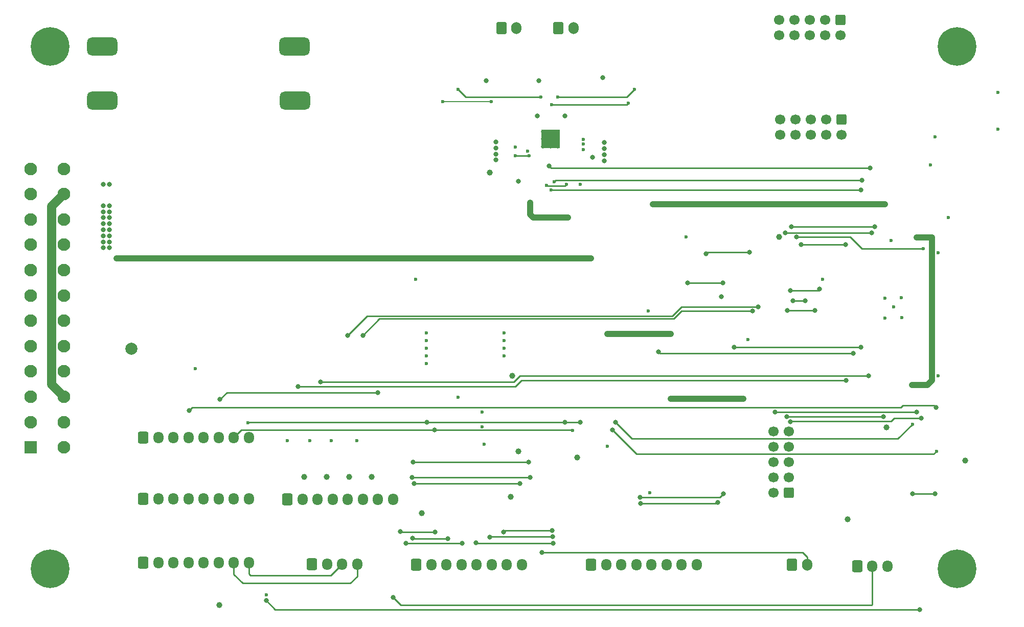
<source format=gbr>
%TF.GenerationSoftware,KiCad,Pcbnew,6.0.5-a6ca702e91~116~ubuntu20.04.1*%
%TF.CreationDate,2022-06-04T17:59:46+02:00*%
%TF.ProjectId,anna_elsa_esp32_cpu,616e6e61-5f65-46c7-9361-5f6573703332,rev?*%
%TF.SameCoordinates,Original*%
%TF.FileFunction,Copper,L4,Bot*%
%TF.FilePolarity,Positive*%
%FSLAX46Y46*%
G04 Gerber Fmt 4.6, Leading zero omitted, Abs format (unit mm)*
G04 Created by KiCad (PCBNEW 6.0.5-a6ca702e91~116~ubuntu20.04.1) date 2022-06-04 17:59:46*
%MOMM*%
%LPD*%
G01*
G04 APERTURE LIST*
G04 Aperture macros list*
%AMRoundRect*
0 Rectangle with rounded corners*
0 $1 Rounding radius*
0 $2 $3 $4 $5 $6 $7 $8 $9 X,Y pos of 4 corners*
0 Add a 4 corners polygon primitive as box body*
4,1,4,$2,$3,$4,$5,$6,$7,$8,$9,$2,$3,0*
0 Add four circle primitives for the rounded corners*
1,1,$1+$1,$2,$3*
1,1,$1+$1,$4,$5*
1,1,$1+$1,$6,$7*
1,1,$1+$1,$8,$9*
0 Add four rect primitives between the rounded corners*
20,1,$1+$1,$2,$3,$4,$5,0*
20,1,$1+$1,$4,$5,$6,$7,0*
20,1,$1+$1,$6,$7,$8,$9,0*
20,1,$1+$1,$8,$9,$2,$3,0*%
G04 Aperture macros list end*
%TA.AperFunction,ComponentPad*%
%ADD10C,0.630000*%
%TD*%
%TA.AperFunction,SMDPad,CuDef*%
%ADD11R,3.030000X3.030000*%
%TD*%
%TA.AperFunction,ComponentPad*%
%ADD12RoundRect,0.250000X-0.600000X-0.725000X0.600000X-0.725000X0.600000X0.725000X-0.600000X0.725000X0*%
%TD*%
%TA.AperFunction,ComponentPad*%
%ADD13O,1.700000X1.950000*%
%TD*%
%TA.AperFunction,ComponentPad*%
%ADD14C,0.800000*%
%TD*%
%TA.AperFunction,ComponentPad*%
%ADD15C,6.400000*%
%TD*%
%TA.AperFunction,ComponentPad*%
%ADD16RoundRect,0.250000X-0.600000X-0.750000X0.600000X-0.750000X0.600000X0.750000X-0.600000X0.750000X0*%
%TD*%
%TA.AperFunction,ComponentPad*%
%ADD17O,1.700000X2.000000*%
%TD*%
%TA.AperFunction,ComponentPad*%
%ADD18RoundRect,0.250000X0.600000X0.600000X-0.600000X0.600000X-0.600000X-0.600000X0.600000X-0.600000X0*%
%TD*%
%TA.AperFunction,ComponentPad*%
%ADD19C,1.700000*%
%TD*%
%TA.AperFunction,ComponentPad*%
%ADD20RoundRect,0.250000X-0.600000X0.600000X-0.600000X-0.600000X0.600000X-0.600000X0.600000X0.600000X0*%
%TD*%
%TA.AperFunction,ComponentPad*%
%ADD21RoundRect,0.750000X-1.750000X-0.750000X1.750000X-0.750000X1.750000X0.750000X-1.750000X0.750000X0*%
%TD*%
%TA.AperFunction,ComponentPad*%
%ADD22R,2.100000X2.100000*%
%TD*%
%TA.AperFunction,ComponentPad*%
%ADD23C,2.100000*%
%TD*%
%TA.AperFunction,ViaPad*%
%ADD24C,0.600000*%
%TD*%
%TA.AperFunction,ViaPad*%
%ADD25C,1.000000*%
%TD*%
%TA.AperFunction,ViaPad*%
%ADD26C,0.800000*%
%TD*%
%TA.AperFunction,ViaPad*%
%ADD27C,2.000000*%
%TD*%
%TA.AperFunction,Conductor*%
%ADD28C,0.250000*%
%TD*%
%TA.AperFunction,Conductor*%
%ADD29C,0.200000*%
%TD*%
%TA.AperFunction,Conductor*%
%ADD30C,1.000000*%
%TD*%
%TA.AperFunction,Conductor*%
%ADD31C,0.800000*%
%TD*%
%TA.AperFunction,Conductor*%
%ADD32C,1.500000*%
%TD*%
G04 APERTURE END LIST*
D10*
%TO.P,U3,33,EP*%
%TO.N,GND*%
X139757000Y-44520000D03*
X139757000Y-45720000D03*
X138557000Y-46920000D03*
D11*
X138557000Y-45720000D03*
D10*
X137357000Y-44520000D03*
X138557000Y-44520000D03*
X137357000Y-46920000D03*
X138557000Y-45720000D03*
X139757000Y-46920000D03*
X137357000Y-45720000D03*
%TD*%
D12*
%TO.P,J5,1,Pin_1*%
%TO.N,+5V*%
X189382400Y-116535200D03*
D13*
%TO.P,J5,2,Pin_2*%
%TO.N,LED_DIN_SPLITTER*%
X191882400Y-116535200D03*
%TO.P,J5,3,Pin_3*%
%TO.N,GND*%
X194382400Y-116535200D03*
%TD*%
D12*
%TO.P,J22,1,Pin_1*%
%TO.N,GND*%
X116332000Y-116332000D03*
D13*
%TO.P,J22,2,Pin_2*%
%TO.N,Net-(J22-Pad2)*%
X118832000Y-116332000D03*
%TO.P,J22,3,Pin_3*%
%TO.N,Net-(J22-Pad3)*%
X121332000Y-116332000D03*
%TO.P,J22,4,Pin_4*%
%TO.N,Net-(J22-Pad4)*%
X123832000Y-116332000D03*
%TO.P,J22,5,Pin_5*%
%TO.N,Net-(J22-Pad5)*%
X126332000Y-116332000D03*
%TO.P,J22,6,Pin_6*%
%TO.N,Net-(J22-Pad6)*%
X128832000Y-116332000D03*
%TO.P,J22,7,Pin_7*%
%TO.N,Net-(J22-Pad7)*%
X131332000Y-116332000D03*
%TO.P,J22,8,Pin_8*%
%TO.N,Net-(J22-Pad8)*%
X133832000Y-116332000D03*
%TD*%
D14*
%TO.P,H2,1,1*%
%TO.N,GND*%
X58120000Y-117000000D03*
D15*
X55720000Y-117000000D03*
D14*
X53320000Y-117000000D03*
X54022944Y-118697056D03*
X55720000Y-119400000D03*
X57417056Y-118697056D03*
X55720000Y-114600000D03*
X57417056Y-115302944D03*
X54022944Y-115302944D03*
%TD*%
%TO.P,H3,1,1*%
%TO.N,GND*%
X205900000Y-27920000D03*
X208300000Y-30320000D03*
X204202944Y-28622944D03*
X203500000Y-30320000D03*
X207597056Y-28622944D03*
X205900000Y-32720000D03*
X207597056Y-32017056D03*
D15*
X205900000Y-30320000D03*
D14*
X204202944Y-32017056D03*
%TD*%
D16*
%TO.P,J9,1*%
%TO.N,/Audio/OUTL+*%
X130429000Y-27305000D03*
D17*
%TO.P,J9,2*%
%TO.N,/Audio/OUTL-*%
X132929000Y-27305000D03*
%TD*%
D16*
%TO.P,J11,1*%
%TO.N,/Audio/OUTR+*%
X139879000Y-27305000D03*
D17*
%TO.P,J11,2*%
%TO.N,/Audio/OUTR-*%
X142379000Y-27305000D03*
%TD*%
D12*
%TO.P,J10,1,Pin_1*%
%TO.N,GND*%
X99060000Y-116230400D03*
D13*
%TO.P,J10,2,Pin_2*%
%TO.N,+5V*%
X101560000Y-116230400D03*
%TO.P,J10,3,Pin_3*%
%TO.N,SDA*%
X104060000Y-116230400D03*
%TO.P,J10,4,Pin_4*%
%TO.N,SCL*%
X106560000Y-116230400D03*
%TD*%
D14*
%TO.P,H1,1,1*%
%TO.N,GND*%
X57417056Y-28622944D03*
X54022944Y-28622944D03*
X53320000Y-30320000D03*
X55720000Y-32720000D03*
X57417056Y-32017056D03*
X55720000Y-27920000D03*
D15*
X55720000Y-30320000D03*
D14*
X58120000Y-30320000D03*
X54022944Y-32017056D03*
%TD*%
D15*
%TO.P,H4,1,1*%
%TO.N,GND*%
X205900000Y-117000000D03*
D14*
X205900000Y-119400000D03*
X208300000Y-117000000D03*
X204202944Y-115302944D03*
X207597056Y-118697056D03*
X207597056Y-115302944D03*
X204202944Y-118697056D03*
X205900000Y-114600000D03*
X203500000Y-117000000D03*
%TD*%
D16*
%TO.P,J14,1*%
%TO.N,GND*%
X178562000Y-116332000D03*
D17*
%TO.P,J14,2*%
%TO.N,Net-(J14-Pad2)*%
X181062000Y-116332000D03*
%TD*%
D12*
%TO.P,J23,1,Pin_1*%
%TO.N,+12V*%
X145288000Y-116332000D03*
D13*
%TO.P,J23,2,Pin_2*%
%TO.N,unconnected-(J23-Pad2)*%
X147788000Y-116332000D03*
%TO.P,J23,3,Pin_3*%
%TO.N,Net-(J23-Pad3)*%
X150288000Y-116332000D03*
%TO.P,J23,4,Pin_4*%
%TO.N,Net-(J23-Pad4)*%
X152788000Y-116332000D03*
%TO.P,J23,5,Pin_5*%
%TO.N,Net-(J23-Pad5)*%
X155288000Y-116332000D03*
%TO.P,J23,6,Pin_6*%
%TO.N,Net-(J23-Pad6)*%
X157788000Y-116332000D03*
%TO.P,J23,7,Pin_7*%
%TO.N,Net-(J23-Pad7)*%
X160288000Y-116332000D03*
%TO.P,J23,8,Pin_8*%
%TO.N,Net-(J23-Pad8)*%
X162788000Y-116332000D03*
%TD*%
D12*
%TO.P,J1,1,Pin_1*%
%TO.N,GND*%
X71120000Y-95250000D03*
D13*
%TO.P,J1,2,Pin_2*%
%TO.N,+5V*%
X73620000Y-95250000D03*
%TO.P,J1,3,Pin_3*%
%TO.N,+24V*%
X76120000Y-95250000D03*
%TO.P,J1,4,Pin_4*%
%TO.N,EN_PWM*%
X78620000Y-95250000D03*
%TO.P,J1,5,Pin_5*%
%TO.N,Net-(J1-Pad5)*%
X81120000Y-95250000D03*
%TO.P,J1,6,Pin_6*%
%TO.N,LED_DOUT_SPLITTER*%
X83620000Y-95250000D03*
%TO.P,J1,7,Pin_7*%
%TO.N,SCL*%
X86120000Y-95250000D03*
%TO.P,J1,8,Pin_8*%
%TO.N,SDA*%
X88620000Y-95250000D03*
%TD*%
D12*
%TO.P,J2,1,Pin_1*%
%TO.N,GND*%
X71120000Y-105410000D03*
D13*
%TO.P,J2,2,Pin_2*%
%TO.N,+5V*%
X73620000Y-105410000D03*
%TO.P,J2,3,Pin_3*%
%TO.N,+24V*%
X76120000Y-105410000D03*
%TO.P,J2,4,Pin_4*%
%TO.N,EN_PWM*%
X78620000Y-105410000D03*
%TO.P,J2,5,Pin_5*%
%TO.N,Net-(J2-Pad5)*%
X81120000Y-105410000D03*
%TO.P,J2,6,Pin_6*%
%TO.N,Net-(J1-Pad5)*%
X83620000Y-105410000D03*
%TO.P,J2,7,Pin_7*%
%TO.N,SCL*%
X86120000Y-105410000D03*
%TO.P,J2,8,Pin_8*%
%TO.N,SDA*%
X88620000Y-105410000D03*
%TD*%
D12*
%TO.P,J3,1,Pin_1*%
%TO.N,GND*%
X71120000Y-115930000D03*
D13*
%TO.P,J3,2,Pin_2*%
%TO.N,+5V*%
X73620000Y-115930000D03*
%TO.P,J3,3,Pin_3*%
%TO.N,+24V*%
X76120000Y-115930000D03*
%TO.P,J3,4,Pin_4*%
%TO.N,EN_PWM*%
X78620000Y-115930000D03*
%TO.P,J3,5,Pin_5*%
%TO.N,LED_DOUT*%
X81120000Y-115930000D03*
%TO.P,J3,6,Pin_6*%
%TO.N,Net-(J2-Pad5)*%
X83620000Y-115930000D03*
%TO.P,J3,7,Pin_7*%
%TO.N,SCL*%
X86120000Y-115930000D03*
%TO.P,J3,8,Pin_8*%
%TO.N,SDA*%
X88620000Y-115930000D03*
%TD*%
D18*
%TO.P,J12,1*%
%TO.N,+3V3*%
X178054000Y-104394000D03*
D19*
%TO.P,J12,2*%
%TO.N,GND*%
X175514000Y-104394000D03*
%TO.P,J12,3*%
%TO.N,JTAG_SRST*%
X178054000Y-101854000D03*
%TO.P,J12,4*%
%TO.N,JTAG_TDO*%
X175514000Y-101854000D03*
%TO.P,J12,5*%
%TO.N,JTAG_TDI*%
X178054000Y-99314000D03*
%TO.P,J12,6*%
%TO.N,JTAG_TCK*%
X175514000Y-99314000D03*
%TO.P,J12,7*%
%TO.N,JTAG_TMS*%
X178054000Y-96774000D03*
%TO.P,J12,8*%
%TO.N,unconnected-(J12-Pad8)*%
X175514000Y-96774000D03*
%TO.P,J12,9*%
%TO.N,USB_TX*%
X178054000Y-94234000D03*
%TO.P,J12,10*%
%TO.N,USB_RX*%
X175514000Y-94234000D03*
%TD*%
D12*
%TO.P,J4,1,Pin_1*%
%TO.N,GND*%
X95000000Y-105500000D03*
D13*
%TO.P,J4,2,Pin_2*%
%TO.N,+5V*%
X97500000Y-105500000D03*
%TO.P,J4,3,Pin_3*%
%TO.N,MD_OE*%
X100000000Y-105500000D03*
%TO.P,J4,4,Pin_4*%
%TO.N,MD_CLK*%
X102500000Y-105500000D03*
%TO.P,J4,5,Pin_5*%
%TO.N,MD_STROBE*%
X105000000Y-105500000D03*
%TO.P,J4,6,Pin_6*%
%TO.N,MD_DOUT*%
X107500000Y-105500000D03*
%TO.P,J4,7,Pin_7*%
%TO.N,LED_DOUT_SPLITTER*%
X110000000Y-105500000D03*
%TO.P,J4,8,Pin_8*%
%TO.N,LED_DIN_SPLITTER*%
X112500000Y-105500000D03*
%TD*%
D20*
%TO.P,J7,1,Pin_1*%
%TO.N,CCTALK_DATA*%
X186790000Y-42497500D03*
D19*
%TO.P,J7,2,Pin_2*%
%TO.N,unconnected-(J7-Pad2)*%
X186790000Y-45037500D03*
%TO.P,J7,3,Pin_3*%
%TO.N,unconnected-(J7-Pad3)*%
X184250000Y-42497500D03*
%TO.P,J7,4,Pin_4*%
%TO.N,GND*%
X184250000Y-45037500D03*
%TO.P,J7,5,Pin_5*%
%TO.N,unconnected-(J7-Pad5)*%
X181710000Y-42497500D03*
%TO.P,J7,6,Pin_6*%
%TO.N,unconnected-(J7-Pad6)*%
X181710000Y-45037500D03*
%TO.P,J7,7,Pin_7*%
%TO.N,+24V*%
X179170000Y-42497500D03*
%TO.P,J7,8,Pin_8*%
%TO.N,GND*%
X179170000Y-45037500D03*
%TO.P,J7,9,Pin_9*%
%TO.N,unconnected-(J7-Pad9)*%
X176630000Y-42497500D03*
%TO.P,J7,10,Pin_10*%
%TO.N,+24V*%
X176630000Y-45037500D03*
%TD*%
D21*
%TO.P,U12,1,Vin+*%
%TO.N,+12V*%
X64350000Y-30390000D03*
%TO.P,U12,2,Vin-*%
%TO.N,GND*%
X64340000Y-39320000D03*
%TO.P,U12,3,Vout-*%
X96230000Y-39360000D03*
%TO.P,U12,4,Vout+*%
%TO.N,+24V*%
X96220000Y-30400000D03*
%TD*%
D20*
%TO.P,J8,1,Pin_1*%
%TO.N,CCTALK_DATA*%
X186580000Y-25997500D03*
D19*
%TO.P,J8,2,Pin_2*%
%TO.N,unconnected-(J8-Pad2)*%
X186580000Y-28537500D03*
%TO.P,J8,3,Pin_3*%
%TO.N,unconnected-(J8-Pad3)*%
X184040000Y-25997500D03*
%TO.P,J8,4,Pin_4*%
%TO.N,GND*%
X184040000Y-28537500D03*
%TO.P,J8,5,Pin_5*%
%TO.N,unconnected-(J8-Pad5)*%
X181500000Y-25997500D03*
%TO.P,J8,6,Pin_6*%
%TO.N,unconnected-(J8-Pad6)*%
X181500000Y-28537500D03*
%TO.P,J8,7,Pin_7*%
%TO.N,+12V*%
X178960000Y-25997500D03*
%TO.P,J8,8,Pin_8*%
%TO.N,GND*%
X178960000Y-28537500D03*
%TO.P,J8,9,Pin_9*%
%TO.N,unconnected-(J8-Pad9)*%
X176420000Y-25997500D03*
%TO.P,J8,10,Pin_10*%
%TO.N,+12V*%
X176420000Y-28537500D03*
%TD*%
D22*
%TO.P,J6,1,+3.3V*%
%TO.N,Net-(F3-Pad1)*%
X52500000Y-96850000D03*
D23*
%TO.P,J6,2,+3.3V*%
X58000000Y-96850000D03*
%TO.P,J6,3,GND*%
%TO.N,GND*%
X52500000Y-92650000D03*
%TO.P,J6,4,+5V*%
%TO.N,Net-(F2-Pad1)*%
X58000000Y-92650000D03*
%TO.P,J6,5,GND*%
%TO.N,GND*%
X52500000Y-88450000D03*
%TO.P,J6,6,+5V*%
%TO.N,Net-(F2-Pad1)*%
X58000000Y-88450000D03*
%TO.P,J6,7,GND*%
%TO.N,GND*%
X52500000Y-84250000D03*
%TO.P,J6,8,PWR_OK*%
%TO.N,unconnected-(J6-Pad8)*%
X58000000Y-84250000D03*
%TO.P,J6,9,+5VSB*%
%TO.N,unconnected-(J6-Pad9)*%
X52500000Y-80050000D03*
%TO.P,J6,10,+12V*%
%TO.N,Net-(F1-Pad1)*%
X58000000Y-80050000D03*
%TO.P,J6,11,+12V*%
X52500000Y-75850000D03*
%TO.P,J6,12,+3.3V*%
%TO.N,Net-(F3-Pad1)*%
X58000000Y-75850000D03*
%TO.P,J6,13,+3.3V*%
X52500000Y-71650000D03*
%TO.P,J6,14,-12V*%
%TO.N,unconnected-(J6-Pad14)*%
X58000000Y-71650000D03*
%TO.P,J6,15,GND*%
%TO.N,GND*%
X52500000Y-67450000D03*
%TO.P,J6,16,PS_ON#*%
%TO.N,Net-(J6-Pad16)*%
X58000000Y-67450000D03*
%TO.P,J6,17,GND*%
%TO.N,GND*%
X52500000Y-63250000D03*
%TO.P,J6,18,GND*%
X58000000Y-63250000D03*
%TO.P,J6,19,GND*%
X52500000Y-59050000D03*
%TO.P,J6,20,NC*%
%TO.N,unconnected-(J6-Pad20)*%
X58000000Y-59050000D03*
%TO.P,J6,21,+5V*%
%TO.N,Net-(F2-Pad1)*%
X52500000Y-54850000D03*
%TO.P,J6,22,+5V*%
X58000000Y-54850000D03*
%TO.P,J6,23,+5V*%
X52500000Y-50650000D03*
%TO.P,J6,24,GND*%
%TO.N,GND*%
X58000000Y-50650000D03*
%TD*%
D24*
%TO.N,/Audio/OUTR+*%
X138750000Y-40000000D03*
X151500000Y-39750000D03*
%TO.N,/Audio/OUT_B-*%
X139750000Y-38750000D03*
X152500000Y-37500000D03*
%TO.N,/Audio/OUT_A-*%
X123250000Y-37500000D03*
X137000000Y-38750000D03*
%TO.N,/Audio/OUTL+*%
X120750000Y-39500000D03*
X128750000Y-39500000D03*
D25*
%TO.N,+12V*%
X128558000Y-51308000D03*
D26*
%TO.N,GND*%
X147450000Y-49300000D03*
X147450000Y-48300000D03*
X147450000Y-47300000D03*
X147450000Y-46300000D03*
%TO.N,AUDIO_LRCLK*%
X138307000Y-50167939D03*
D24*
%TO.N,GND*%
X144000000Y-45750000D03*
D26*
X133250000Y-52750000D03*
X129550000Y-49125000D03*
X129550000Y-48200000D03*
X129550000Y-47200000D03*
X129550000Y-46200000D03*
%TO.N,+12V*%
X145500000Y-48750000D03*
D24*
%TO.N,GND*%
X143500000Y-53250000D03*
X144000000Y-47500000D03*
X144000000Y-46524500D03*
%TO.N,Net-(U3-Pad11)*%
X137931500Y-53406625D03*
%TO.N,AUDIO_SCLK*%
X138657227Y-54128481D03*
%TO.N,+3V3*%
X136750000Y-58750000D03*
X138500000Y-58750000D03*
%TO.N,/Audio/ADR*%
X132750000Y-48500000D03*
X135000000Y-48500000D03*
%TO.N,GND*%
X132750000Y-47000000D03*
X134750000Y-47750000D03*
%TO.N,Net-(U3-Pad11)*%
X141250000Y-53250000D03*
%TO.N,GND*%
X116250000Y-69000000D03*
X194005200Y-75438000D03*
X98750000Y-95750000D03*
X194005200Y-72085200D03*
X130911600Y-77825600D03*
X212707500Y-37996000D03*
X95000000Y-95750000D03*
X196799200Y-75336400D03*
D26*
X140970000Y-41910000D03*
D24*
X91500000Y-121250000D03*
X196697600Y-71983600D03*
X118008400Y-77825600D03*
X154750000Y-74250000D03*
D26*
X136652000Y-36068000D03*
D24*
X195427600Y-73507600D03*
X183667400Y-68961000D03*
X130911600Y-79146400D03*
X118008400Y-81686400D03*
X195000000Y-62500000D03*
X130911600Y-80416400D03*
X171250000Y-79000000D03*
X148031200Y-96672400D03*
X154990800Y-104332010D03*
X106500000Y-95750000D03*
X201500000Y-50000000D03*
X161036000Y-61976000D03*
X204500000Y-58750000D03*
X212707500Y-44092000D03*
X79750000Y-83750000D03*
X118008400Y-82956400D03*
D26*
X127914400Y-36068000D03*
D24*
X130911600Y-81686400D03*
D26*
X147250000Y-35500000D03*
D24*
X202793600Y-84988400D03*
X102250000Y-95750000D03*
X118008400Y-79146400D03*
X202742800Y-64566800D03*
X123250000Y-88500000D03*
X118008400Y-80416400D03*
D26*
X136398000Y-41910000D03*
%TO.N,+5V*%
X64500000Y-59750000D03*
D24*
X127620878Y-96274500D03*
D26*
X65500000Y-57750000D03*
X64500000Y-58750000D03*
D25*
X97750000Y-101750000D03*
D26*
X64500000Y-60750000D03*
X64500000Y-56750000D03*
D25*
X133250000Y-97500000D03*
X83750000Y-123000000D03*
D26*
X65500000Y-58750000D03*
D25*
X194250000Y-93500000D03*
X207250000Y-99000000D03*
D26*
X65500000Y-61750000D03*
D24*
X127251835Y-93455500D03*
D26*
X64500000Y-57750000D03*
D25*
X101500000Y-101750000D03*
X143000000Y-98500000D03*
D26*
X65500000Y-60750000D03*
D24*
X202293500Y-45362000D03*
D25*
X108950000Y-101700000D03*
D26*
X65500000Y-56750000D03*
X64500000Y-53250000D03*
X64500000Y-63750000D03*
D25*
X187750000Y-108750000D03*
X132000000Y-105000000D03*
X105250000Y-101750000D03*
D26*
X65500000Y-62750000D03*
X166878000Y-71882000D03*
X65500000Y-59750000D03*
D25*
X132250000Y-85000000D03*
D24*
X127250000Y-91000000D03*
D26*
X65500000Y-63750000D03*
D25*
X176481747Y-61949284D03*
D26*
X64500000Y-61750000D03*
X65500000Y-53250000D03*
D25*
X117246400Y-107746800D03*
D26*
X64500000Y-62750000D03*
%TO.N,Net-(Q3-Pad18)*%
X153416000Y-105105200D03*
X167250000Y-104500000D03*
D27*
%TO.N,+12V*%
X69137500Y-80500000D03*
D26*
%TO.N,CCTALK_DATA*%
X167132000Y-69596000D03*
X161290000Y-69596000D03*
%TO.N,HOST_RX*%
X164338000Y-64770000D03*
X171500000Y-64500000D03*
D24*
%TO.N,SCL*%
X142250000Y-94000000D03*
X202500000Y-97500000D03*
D26*
X148844000Y-93980000D03*
X119380000Y-93980000D03*
D24*
%TO.N,SDA*%
X88500000Y-92750000D03*
D26*
X143510000Y-92710000D03*
X118110000Y-92710000D03*
D24*
X198500000Y-93000000D03*
D26*
X149352000Y-92710000D03*
X140970000Y-92710000D03*
D24*
%TO.N,JTAG_SRST*%
X200279000Y-63881000D03*
D26*
X179324000Y-61976000D03*
D24*
%TO.N,AUDIO_SDIN*%
X139168331Y-52772708D03*
D26*
X190168991Y-52523056D03*
%TO.N,AUDIO_SCLK*%
X190001320Y-54111320D03*
%TO.N,AUDIO_LRCLK*%
X191516000Y-50546000D03*
D24*
%TO.N,+3V3*%
X201750000Y-62000000D03*
X198425990Y-86491903D03*
D25*
X155500000Y-56500000D03*
X135250000Y-56250000D03*
D24*
X201250000Y-86250000D03*
D25*
X158500000Y-88750000D03*
X141500000Y-58750000D03*
X158500000Y-78000000D03*
X148000000Y-78000000D03*
X66750000Y-65500000D03*
X170500000Y-88750000D03*
D26*
X194000000Y-56500000D03*
D24*
X199250000Y-62000000D03*
D25*
X145250000Y-65500000D03*
D26*
%TO.N,CPU_RUN*%
X177750000Y-91750000D03*
X180750000Y-72500000D03*
X193750000Y-91750000D03*
X178750000Y-72500000D03*
%TO.N,Net-(J14-Pad2)*%
X137160000Y-114300000D03*
%TO.N,EN_PWM*%
X202463996Y-90260774D03*
X78750000Y-90750000D03*
%TO.N,USB_TX*%
X200000000Y-92000000D03*
X178304707Y-92582060D03*
%TO.N,USB_RX*%
X175750000Y-91000000D03*
X199250000Y-91000000D03*
%TO.N,LED_DOUT_SPLITTER*%
X83820000Y-88900000D03*
X110000000Y-87750000D03*
%TO.N,LED_DIN_SPLITTER*%
X112500000Y-121750000D03*
%TO.N,Net-(J22-Pad2)*%
X115824000Y-99263200D03*
X134975600Y-99314000D03*
X119430800Y-110845600D03*
X113690400Y-110794800D03*
%TO.N,Net-(J22-Pad3)*%
X116027200Y-102819200D03*
X121615200Y-111963200D03*
X133502400Y-102819200D03*
X115722400Y-111861600D03*
%TO.N,Net-(J22-Pad4)*%
X114655600Y-112725200D03*
X135229600Y-101854000D03*
X123952000Y-112725200D03*
X115620800Y-101854000D03*
%TO.N,Net-(J22-Pad5)*%
X126238000Y-112674400D03*
X138988800Y-112725200D03*
%TO.N,Net-(J22-Pad6)*%
X128524000Y-111709200D03*
X138938000Y-111607600D03*
%TO.N,Net-(J22-Pad7)*%
X130810000Y-110845600D03*
X138836400Y-110591600D03*
%TO.N,Net-(Q3-Pad17)*%
X153466800Y-106172000D03*
X166250000Y-106000000D03*
%TO.N,MD_CLK33*%
X100500000Y-86000000D03*
X191250000Y-85000000D03*
%TO.N,MD_OE33*%
X96750000Y-86750000D03*
X187500000Y-85750000D03*
%TO.N,MD_STROBE33*%
X105000000Y-78250000D03*
X173000000Y-73500000D03*
X178500000Y-60250000D03*
X192250000Y-60250000D03*
%TO.N,MD_DOUT33*%
X172000000Y-74250000D03*
X191750000Y-61250000D03*
X107500000Y-78250000D03*
X177500000Y-61250000D03*
%TO.N,HOST_RX33*%
X188750000Y-81250000D03*
X156500000Y-81000000D03*
%TO.N,HOST_TX33*%
X169000000Y-80250000D03*
X190000000Y-80250000D03*
%TO.N,LED_DOUT33*%
X91500000Y-122250000D03*
X199750000Y-123750000D03*
%TO.N,Net-(R26-Pad1)*%
X182372000Y-74168000D03*
X177800000Y-74168000D03*
%TO.N,Net-(R28-Pad1)*%
X183142946Y-70573839D03*
X178308000Y-70866000D03*
%TO.N,Net-(R33-Pad1)*%
X187452000Y-63246000D03*
X180049010Y-63246000D03*
%TO.N,Net-(SW2-Pad1)*%
X198500000Y-104500000D03*
X202250000Y-104500000D03*
%TD*%
D28*
%TO.N,/Audio/OUTR+*%
X138750000Y-40000000D02*
X151250000Y-40000000D01*
X151250000Y-40000000D02*
X151500000Y-39750000D01*
%TO.N,/Audio/OUT_B-*%
X139750000Y-38750000D02*
X151250000Y-38750000D01*
X151250000Y-38750000D02*
X152500000Y-37500000D01*
%TO.N,/Audio/OUT_A-*%
X137000000Y-38750000D02*
X124500000Y-38750000D01*
X124500000Y-38750000D02*
X123250000Y-37500000D01*
D29*
%TO.N,/Audio/OUTL+*%
X120750000Y-39500000D02*
X128750000Y-39500000D01*
D28*
%TO.N,AUDIO_SDIN*%
X139417983Y-52523056D02*
X139168331Y-52772708D01*
X190168991Y-52523056D02*
X139417983Y-52523056D01*
%TO.N,AUDIO_LRCLK*%
X138685061Y-50546000D02*
X138307000Y-50167939D01*
X191516000Y-50546000D02*
X138685061Y-50546000D01*
%TO.N,Net-(U3-Pad11)*%
X138024875Y-53500000D02*
X137931500Y-53406625D01*
X141000000Y-53500000D02*
X138024875Y-53500000D01*
X141250000Y-53250000D02*
X141000000Y-53500000D01*
%TO.N,AUDIO_SCLK*%
X190001320Y-54111320D02*
X138674388Y-54111320D01*
X138674388Y-54111320D02*
X138657227Y-54128481D01*
D30*
%TO.N,+3V3*%
X138500000Y-58750000D02*
X136750000Y-58750000D01*
X136750000Y-58750000D02*
X135750000Y-58750000D01*
X141500000Y-58750000D02*
X138500000Y-58750000D01*
D28*
%TO.N,/Audio/ADR*%
X132750000Y-48500000D02*
X135000000Y-48500000D01*
%TO.N,Net-(Q3-Pad18)*%
X166644800Y-105105200D02*
X167250000Y-104500000D01*
X153416000Y-105105200D02*
X166644800Y-105105200D01*
%TO.N,CCTALK_DATA*%
X161290000Y-69596000D02*
X167132000Y-69596000D01*
%TO.N,HOST_RX*%
X171500000Y-64500000D02*
X164608000Y-64500000D01*
X164608000Y-64500000D02*
X164338000Y-64770000D01*
%TO.N,SCL*%
X86120000Y-117870000D02*
X87630000Y-119380000D01*
X142230000Y-93980000D02*
X142250000Y-94000000D01*
X86120000Y-115930000D02*
X86120000Y-117870000D01*
X119380000Y-93980000D02*
X87390000Y-93980000D01*
X152813001Y-97949001D02*
X194800999Y-97949001D01*
X87390000Y-93980000D02*
X86120000Y-95250000D01*
X194800999Y-97949001D02*
X202050999Y-97949001D01*
X202050999Y-97949001D02*
X202500000Y-97500000D01*
X87630000Y-119380000D02*
X105410000Y-119380000D01*
X105410000Y-119380000D02*
X106560000Y-118230000D01*
X106560000Y-118230000D02*
X106560000Y-116230400D01*
X119380000Y-93980000D02*
X142230000Y-93980000D01*
X148844000Y-93980000D02*
X152813001Y-97949001D01*
%TO.N,SDA*%
X149352000Y-92710000D02*
X152051001Y-95409001D01*
X152051001Y-95409001D02*
X196090999Y-95409001D01*
X88620000Y-117830000D02*
X88900000Y-118110000D01*
X140970000Y-92710000D02*
X143510000Y-92710000D01*
X102180400Y-118110000D02*
X104060000Y-116230400D01*
X88900000Y-118110000D02*
X102180400Y-118110000D01*
X196090999Y-95409001D02*
X198500000Y-93000000D01*
X88540000Y-92710000D02*
X140970000Y-92710000D01*
X88620000Y-115930000D02*
X88620000Y-117830000D01*
X88540000Y-92710000D02*
X88500000Y-92750000D01*
%TO.N,JTAG_SRST*%
X200279000Y-63881000D02*
X190119000Y-63881000D01*
X190119000Y-63881000D02*
X188214000Y-61976000D01*
X188214000Y-61976000D02*
X179324000Y-61976000D01*
D30*
%TO.N,+3V3*%
X201008097Y-86491903D02*
X200258097Y-86491903D01*
X149500000Y-78000000D02*
X148000000Y-78000000D01*
X201250000Y-86250000D02*
X201750000Y-85750000D01*
X201750000Y-85750000D02*
X201750000Y-62000000D01*
X145250000Y-65500000D02*
X66750000Y-65500000D01*
X170500000Y-88750000D02*
X158500000Y-88750000D01*
X200258097Y-86491903D02*
X198425990Y-86491903D01*
X155500000Y-56500000D02*
X194000000Y-56500000D01*
X135250000Y-58250000D02*
X135250000Y-56250000D01*
X149500000Y-78000000D02*
X158500000Y-78000000D01*
X201250000Y-86250000D02*
X201008097Y-86491903D01*
D31*
X148500000Y-78000000D02*
X149500000Y-78000000D01*
D30*
X135750000Y-58750000D02*
X135250000Y-58250000D01*
X199250000Y-62000000D02*
X201750000Y-62000000D01*
D28*
%TO.N,CPU_RUN*%
X178750000Y-72500000D02*
X180750000Y-72500000D01*
X193750000Y-91750000D02*
X177750000Y-91750000D01*
%TO.N,Net-(J14-Pad2)*%
X181062000Y-116332000D02*
X181062000Y-115022000D01*
X180340000Y-114300000D02*
X137160000Y-114300000D01*
X181062000Y-115022000D02*
X180340000Y-114300000D01*
%TO.N,EN_PWM*%
X78750000Y-90750000D02*
X79239226Y-90260774D01*
X196552191Y-90260774D02*
X196952190Y-89860775D01*
X196952190Y-89860775D02*
X202063997Y-89860775D01*
X202063997Y-89860775D02*
X202463996Y-90260774D01*
X79239226Y-90260774D02*
X196552191Y-90260774D01*
%TO.N,USB_TX*%
X195000000Y-92500000D02*
X178386767Y-92500000D01*
X178386767Y-92500000D02*
X178304707Y-92582060D01*
X195500000Y-92000000D02*
X200000000Y-92000000D01*
X195000000Y-92500000D02*
X195500000Y-92000000D01*
%TO.N,USB_RX*%
X175750000Y-91000000D02*
X199250000Y-91000000D01*
%TO.N,LED_DOUT_SPLITTER*%
X84970000Y-87750000D02*
X83820000Y-88900000D01*
X84970000Y-87750000D02*
X110000000Y-87750000D01*
%TO.N,LED_DIN_SPLITTER*%
X113750000Y-123000000D02*
X191750000Y-123000000D01*
X191882400Y-122867600D02*
X191750000Y-123000000D01*
X191882400Y-116535200D02*
X191882400Y-122867600D01*
X113750000Y-123000000D02*
X112500000Y-121750000D01*
%TO.N,Net-(J22-Pad2)*%
X119430800Y-110845600D02*
X113741200Y-110845600D01*
X115824000Y-99263200D02*
X134924800Y-99263200D01*
X113741200Y-110845600D02*
X113690400Y-110794800D01*
X134924800Y-99263200D02*
X134975600Y-99314000D01*
%TO.N,Net-(J22-Pad3)*%
X121615200Y-111963200D02*
X115824000Y-111963200D01*
X115824000Y-111963200D02*
X115722400Y-111861600D01*
X116027200Y-102819200D02*
X133502400Y-102819200D01*
%TO.N,Net-(J22-Pad4)*%
X115620800Y-101854000D02*
X135229600Y-101854000D01*
X123952000Y-112725200D02*
X114655600Y-112725200D01*
%TO.N,Net-(J22-Pad5)*%
X138988800Y-112725200D02*
X126288800Y-112725200D01*
X126288800Y-112725200D02*
X126238000Y-112674400D01*
%TO.N,Net-(J22-Pad6)*%
X138938000Y-111607600D02*
X128625600Y-111607600D01*
X128625600Y-111607600D02*
X128524000Y-111709200D01*
%TO.N,Net-(J22-Pad7)*%
X131064000Y-110591600D02*
X130810000Y-110845600D01*
X138836400Y-110591600D02*
X131064000Y-110591600D01*
%TO.N,Net-(Q3-Pad17)*%
X153466800Y-106172000D02*
X166078000Y-106172000D01*
X166078000Y-106172000D02*
X166250000Y-106000000D01*
%TO.N,MD_CLK33*%
X132500000Y-86000000D02*
X103000000Y-86000000D01*
X133500000Y-85000000D02*
X132500000Y-86000000D01*
X133500000Y-85000000D02*
X191250000Y-85000000D01*
X103000000Y-86000000D02*
X100500000Y-86000000D01*
%TO.N,MD_OE33*%
X133750000Y-85750000D02*
X187500000Y-85750000D01*
X132750000Y-86750000D02*
X100000000Y-86750000D01*
X133750000Y-85750000D02*
X132750000Y-86750000D01*
X100000000Y-86750000D02*
X96750000Y-86750000D01*
%TO.N,MD_STROBE33*%
X108199511Y-75050489D02*
X158724511Y-75050489D01*
X158724511Y-75050489D02*
X160262500Y-73512500D01*
X160275000Y-73500000D02*
X160262500Y-73512500D01*
X173000000Y-73500000D02*
X160275000Y-73500000D01*
X192250000Y-60250000D02*
X178500000Y-60250000D01*
X105000000Y-78250000D02*
X108199511Y-75050489D01*
%TO.N,MD_DOUT33*%
X159000000Y-75500000D02*
X160250000Y-74250000D01*
X191750000Y-61250000D02*
X177500000Y-61250000D01*
X159000000Y-75500000D02*
X110250000Y-75500000D01*
X160250000Y-74250000D02*
X172000000Y-74250000D01*
X110250000Y-75500000D02*
X107500000Y-78250000D01*
%TO.N,HOST_RX33*%
X156750000Y-81250000D02*
X156500000Y-81000000D01*
X188750000Y-81250000D02*
X156750000Y-81250000D01*
%TO.N,HOST_TX33*%
X190000000Y-80250000D02*
X169000000Y-80250000D01*
%TO.N,LED_DOUT33*%
X93000000Y-123750000D02*
X91500000Y-122250000D01*
X199750000Y-123750000D02*
X93000000Y-123750000D01*
%TO.N,Net-(R26-Pad1)*%
X177800000Y-74168000D02*
X182372000Y-74168000D01*
%TO.N,Net-(R28-Pad1)*%
X182850785Y-70866000D02*
X183142946Y-70573839D01*
X178308000Y-70866000D02*
X182850785Y-70866000D01*
%TO.N,Net-(R33-Pad1)*%
X187452000Y-63246000D02*
X180049010Y-63246000D01*
%TO.N,Net-(SW2-Pad1)*%
X198500000Y-104500000D02*
X202250000Y-104500000D01*
D32*
%TO.N,Net-(F2-Pad1)*%
X58000000Y-88450000D02*
X56000489Y-86450489D01*
X56000489Y-86450489D02*
X56000489Y-56849511D01*
X56000489Y-56849511D02*
X58000000Y-54850000D01*
%TD*%
M02*

</source>
